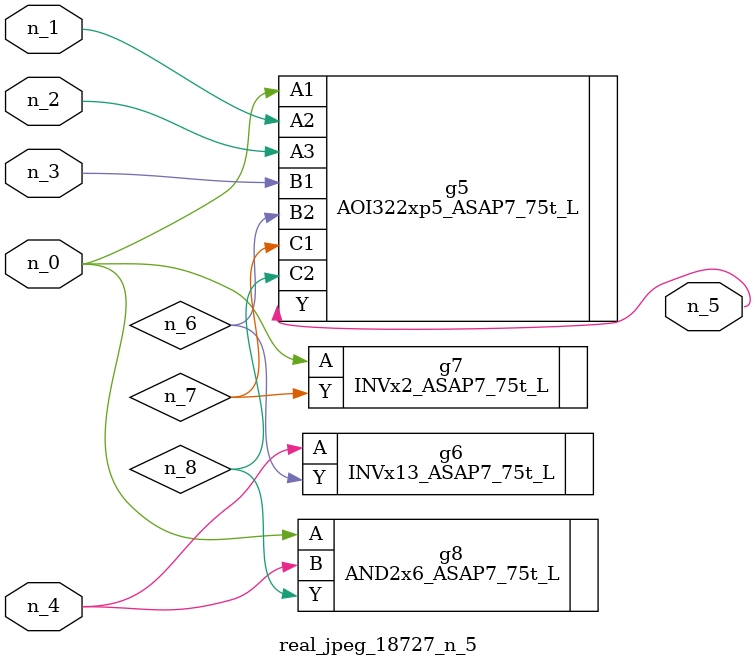
<source format=v>
module real_jpeg_18727_n_5 (n_4, n_0, n_1, n_2, n_3, n_5);

input n_4;
input n_0;
input n_1;
input n_2;
input n_3;

output n_5;

wire n_8;
wire n_6;
wire n_7;

AOI322xp5_ASAP7_75t_L g5 ( 
.A1(n_0),
.A2(n_1),
.A3(n_2),
.B1(n_3),
.B2(n_6),
.C1(n_7),
.C2(n_8),
.Y(n_5)
);

INVx2_ASAP7_75t_L g7 ( 
.A(n_0),
.Y(n_7)
);

AND2x6_ASAP7_75t_L g8 ( 
.A(n_0),
.B(n_4),
.Y(n_8)
);

INVx13_ASAP7_75t_L g6 ( 
.A(n_4),
.Y(n_6)
);


endmodule
</source>
